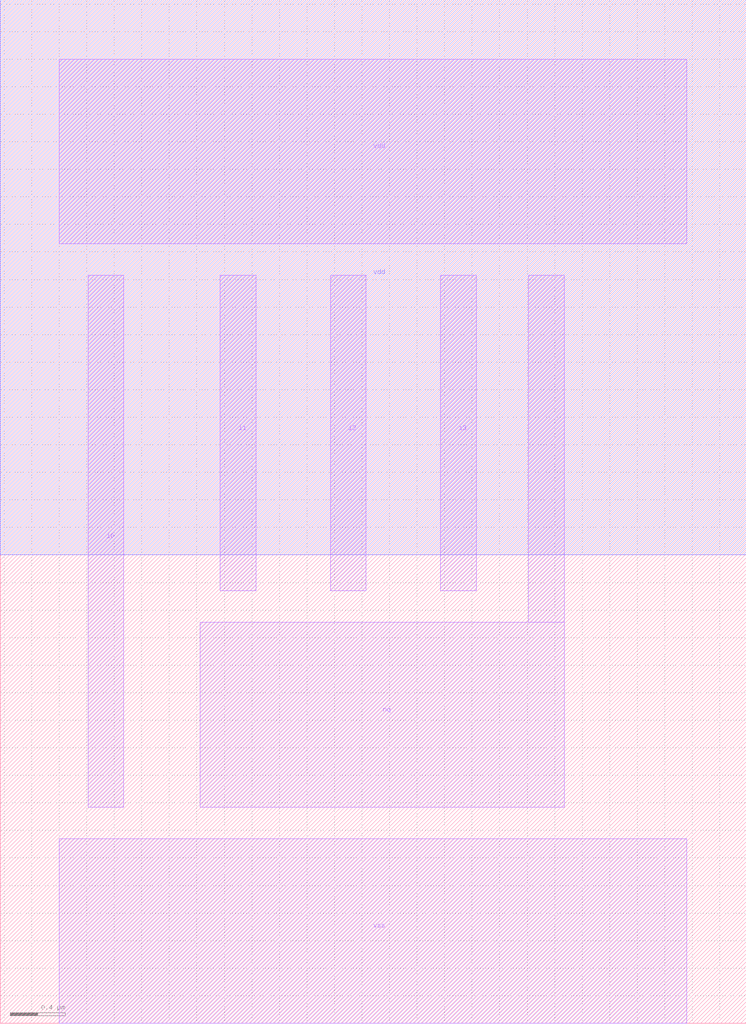
<source format=lef>
VERSION 5.7 ;
  NOWIREEXTENSIONATPIN ON ;
  DIVIDERCHAR "/" ;
  BUSBITCHARS "[]" ;
MACRO nor4_x1
  CLASS BLOCK ;
  FOREIGN nor4_x1 ;
  ORIGIN 0.430 0.000 ;
  SIZE 5.420 BY 7.430 ;
  PIN vss
    ANTENNADIFFAREA 4.165800 ;
    PORT
      LAYER Metal1 ;
        RECT 0.000 0.000 4.560 1.340 ;
    END
  END vss
  PIN vdd
    ANTENNADIFFAREA 2.453800 ;
    PORT
      LAYER Nwell ;
        RECT -0.430 3.400 4.990 7.430 ;
      LAYER Metal1 ;
        RECT 0.000 5.660 4.560 7.000 ;
    END
  END vdd
  PIN nq
    ANTENNADIFFAREA 2.863000 ;
    PORT
      LAYER Metal1 ;
        RECT 3.410 2.910 3.670 5.430 ;
        RECT 1.025 1.570 3.670 2.910 ;
    END
  END nq
  PIN i0
    ANTENNAGATEAREA 1.106000 ;
    PORT
      LAYER Metal1 ;
        RECT 0.210 1.570 0.470 5.430 ;
    END
  END i0
  PIN i1
    ANTENNAGATEAREA 1.106000 ;
    PORT
      LAYER Metal1 ;
        RECT 1.170 3.140 1.430 5.430 ;
    END
  END i1
  PIN i2
    ANTENNAGATEAREA 1.106000 ;
    PORT
      LAYER Metal1 ;
        RECT 1.970 3.140 2.230 5.430 ;
    END
  END i2
  PIN i3
    ANTENNAGATEAREA 1.106000 ;
    PORT
      LAYER Metal1 ;
        RECT 2.770 3.140 3.030 5.430 ;
    END
  END i3
END nor4_x1
END LIBRARY


</source>
